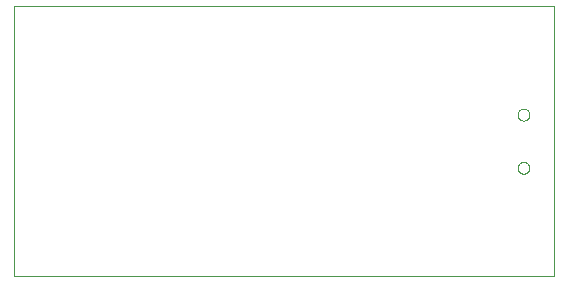
<source format=gbo>
G75*
%MOIN*%
%OFA0B0*%
%FSLAX25Y25*%
%IPPOS*%
%LPD*%
%AMOC8*
5,1,8,0,0,1.08239X$1,22.5*
%
%ADD10C,0.00000*%
D10*
X0024428Y0011800D02*
X0024428Y0101800D01*
X0204428Y0101800D01*
X0204428Y0011800D01*
X0024428Y0011800D01*
X0192459Y0047942D02*
X0192461Y0048030D01*
X0192467Y0048118D01*
X0192477Y0048206D01*
X0192491Y0048294D01*
X0192508Y0048380D01*
X0192530Y0048466D01*
X0192555Y0048550D01*
X0192585Y0048634D01*
X0192617Y0048716D01*
X0192654Y0048796D01*
X0192694Y0048875D01*
X0192738Y0048952D01*
X0192785Y0049027D01*
X0192835Y0049099D01*
X0192889Y0049170D01*
X0192945Y0049237D01*
X0193005Y0049303D01*
X0193067Y0049365D01*
X0193133Y0049425D01*
X0193200Y0049481D01*
X0193271Y0049535D01*
X0193343Y0049585D01*
X0193418Y0049632D01*
X0193495Y0049676D01*
X0193574Y0049716D01*
X0193654Y0049753D01*
X0193736Y0049785D01*
X0193820Y0049815D01*
X0193904Y0049840D01*
X0193990Y0049862D01*
X0194076Y0049879D01*
X0194164Y0049893D01*
X0194252Y0049903D01*
X0194340Y0049909D01*
X0194428Y0049911D01*
X0194516Y0049909D01*
X0194604Y0049903D01*
X0194692Y0049893D01*
X0194780Y0049879D01*
X0194866Y0049862D01*
X0194952Y0049840D01*
X0195036Y0049815D01*
X0195120Y0049785D01*
X0195202Y0049753D01*
X0195282Y0049716D01*
X0195361Y0049676D01*
X0195438Y0049632D01*
X0195513Y0049585D01*
X0195585Y0049535D01*
X0195656Y0049481D01*
X0195723Y0049425D01*
X0195789Y0049365D01*
X0195851Y0049303D01*
X0195911Y0049237D01*
X0195967Y0049170D01*
X0196021Y0049099D01*
X0196071Y0049027D01*
X0196118Y0048952D01*
X0196162Y0048875D01*
X0196202Y0048796D01*
X0196239Y0048716D01*
X0196271Y0048634D01*
X0196301Y0048550D01*
X0196326Y0048466D01*
X0196348Y0048380D01*
X0196365Y0048294D01*
X0196379Y0048206D01*
X0196389Y0048118D01*
X0196395Y0048030D01*
X0196397Y0047942D01*
X0196395Y0047854D01*
X0196389Y0047766D01*
X0196379Y0047678D01*
X0196365Y0047590D01*
X0196348Y0047504D01*
X0196326Y0047418D01*
X0196301Y0047334D01*
X0196271Y0047250D01*
X0196239Y0047168D01*
X0196202Y0047088D01*
X0196162Y0047009D01*
X0196118Y0046932D01*
X0196071Y0046857D01*
X0196021Y0046785D01*
X0195967Y0046714D01*
X0195911Y0046647D01*
X0195851Y0046581D01*
X0195789Y0046519D01*
X0195723Y0046459D01*
X0195656Y0046403D01*
X0195585Y0046349D01*
X0195513Y0046299D01*
X0195438Y0046252D01*
X0195361Y0046208D01*
X0195282Y0046168D01*
X0195202Y0046131D01*
X0195120Y0046099D01*
X0195036Y0046069D01*
X0194952Y0046044D01*
X0194866Y0046022D01*
X0194780Y0046005D01*
X0194692Y0045991D01*
X0194604Y0045981D01*
X0194516Y0045975D01*
X0194428Y0045973D01*
X0194340Y0045975D01*
X0194252Y0045981D01*
X0194164Y0045991D01*
X0194076Y0046005D01*
X0193990Y0046022D01*
X0193904Y0046044D01*
X0193820Y0046069D01*
X0193736Y0046099D01*
X0193654Y0046131D01*
X0193574Y0046168D01*
X0193495Y0046208D01*
X0193418Y0046252D01*
X0193343Y0046299D01*
X0193271Y0046349D01*
X0193200Y0046403D01*
X0193133Y0046459D01*
X0193067Y0046519D01*
X0193005Y0046581D01*
X0192945Y0046647D01*
X0192889Y0046714D01*
X0192835Y0046785D01*
X0192785Y0046857D01*
X0192738Y0046932D01*
X0192694Y0047009D01*
X0192654Y0047088D01*
X0192617Y0047168D01*
X0192585Y0047250D01*
X0192555Y0047334D01*
X0192530Y0047418D01*
X0192508Y0047504D01*
X0192491Y0047590D01*
X0192477Y0047678D01*
X0192467Y0047766D01*
X0192461Y0047854D01*
X0192459Y0047942D01*
X0192459Y0065658D02*
X0192461Y0065746D01*
X0192467Y0065834D01*
X0192477Y0065922D01*
X0192491Y0066010D01*
X0192508Y0066096D01*
X0192530Y0066182D01*
X0192555Y0066266D01*
X0192585Y0066350D01*
X0192617Y0066432D01*
X0192654Y0066512D01*
X0192694Y0066591D01*
X0192738Y0066668D01*
X0192785Y0066743D01*
X0192835Y0066815D01*
X0192889Y0066886D01*
X0192945Y0066953D01*
X0193005Y0067019D01*
X0193067Y0067081D01*
X0193133Y0067141D01*
X0193200Y0067197D01*
X0193271Y0067251D01*
X0193343Y0067301D01*
X0193418Y0067348D01*
X0193495Y0067392D01*
X0193574Y0067432D01*
X0193654Y0067469D01*
X0193736Y0067501D01*
X0193820Y0067531D01*
X0193904Y0067556D01*
X0193990Y0067578D01*
X0194076Y0067595D01*
X0194164Y0067609D01*
X0194252Y0067619D01*
X0194340Y0067625D01*
X0194428Y0067627D01*
X0194516Y0067625D01*
X0194604Y0067619D01*
X0194692Y0067609D01*
X0194780Y0067595D01*
X0194866Y0067578D01*
X0194952Y0067556D01*
X0195036Y0067531D01*
X0195120Y0067501D01*
X0195202Y0067469D01*
X0195282Y0067432D01*
X0195361Y0067392D01*
X0195438Y0067348D01*
X0195513Y0067301D01*
X0195585Y0067251D01*
X0195656Y0067197D01*
X0195723Y0067141D01*
X0195789Y0067081D01*
X0195851Y0067019D01*
X0195911Y0066953D01*
X0195967Y0066886D01*
X0196021Y0066815D01*
X0196071Y0066743D01*
X0196118Y0066668D01*
X0196162Y0066591D01*
X0196202Y0066512D01*
X0196239Y0066432D01*
X0196271Y0066350D01*
X0196301Y0066266D01*
X0196326Y0066182D01*
X0196348Y0066096D01*
X0196365Y0066010D01*
X0196379Y0065922D01*
X0196389Y0065834D01*
X0196395Y0065746D01*
X0196397Y0065658D01*
X0196395Y0065570D01*
X0196389Y0065482D01*
X0196379Y0065394D01*
X0196365Y0065306D01*
X0196348Y0065220D01*
X0196326Y0065134D01*
X0196301Y0065050D01*
X0196271Y0064966D01*
X0196239Y0064884D01*
X0196202Y0064804D01*
X0196162Y0064725D01*
X0196118Y0064648D01*
X0196071Y0064573D01*
X0196021Y0064501D01*
X0195967Y0064430D01*
X0195911Y0064363D01*
X0195851Y0064297D01*
X0195789Y0064235D01*
X0195723Y0064175D01*
X0195656Y0064119D01*
X0195585Y0064065D01*
X0195513Y0064015D01*
X0195438Y0063968D01*
X0195361Y0063924D01*
X0195282Y0063884D01*
X0195202Y0063847D01*
X0195120Y0063815D01*
X0195036Y0063785D01*
X0194952Y0063760D01*
X0194866Y0063738D01*
X0194780Y0063721D01*
X0194692Y0063707D01*
X0194604Y0063697D01*
X0194516Y0063691D01*
X0194428Y0063689D01*
X0194340Y0063691D01*
X0194252Y0063697D01*
X0194164Y0063707D01*
X0194076Y0063721D01*
X0193990Y0063738D01*
X0193904Y0063760D01*
X0193820Y0063785D01*
X0193736Y0063815D01*
X0193654Y0063847D01*
X0193574Y0063884D01*
X0193495Y0063924D01*
X0193418Y0063968D01*
X0193343Y0064015D01*
X0193271Y0064065D01*
X0193200Y0064119D01*
X0193133Y0064175D01*
X0193067Y0064235D01*
X0193005Y0064297D01*
X0192945Y0064363D01*
X0192889Y0064430D01*
X0192835Y0064501D01*
X0192785Y0064573D01*
X0192738Y0064648D01*
X0192694Y0064725D01*
X0192654Y0064804D01*
X0192617Y0064884D01*
X0192585Y0064966D01*
X0192555Y0065050D01*
X0192530Y0065134D01*
X0192508Y0065220D01*
X0192491Y0065306D01*
X0192477Y0065394D01*
X0192467Y0065482D01*
X0192461Y0065570D01*
X0192459Y0065658D01*
M02*

</source>
